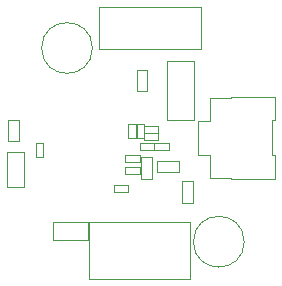
<source format=gbr>
G04 #@! TF.GenerationSoftware,KiCad,Pcbnew,9.0.4*
G04 #@! TF.CreationDate,2025-10-13T14:39:45-04:00*
G04 #@! TF.ProjectId,bldc motor controller,626c6463-206d-46f7-946f-7220636f6e74,rev?*
G04 #@! TF.SameCoordinates,Original*
G04 #@! TF.FileFunction,Other,User*
%FSLAX46Y46*%
G04 Gerber Fmt 4.6, Leading zero omitted, Abs format (unit mm)*
G04 Created by KiCad (PCBNEW 9.0.4) date 2025-10-13 14:39:45*
%MOMM*%
%LPD*%
G01*
G04 APERTURE LIST*
%ADD10C,0.050000*%
G04 APERTURE END LIST*
D10*
G04 #@! TO.C,J1*
X146740000Y-86000000D02*
X146740000Y-81000000D01*
X146740000Y-81000000D02*
X144460000Y-81000000D01*
X144460000Y-86000000D02*
X146740000Y-86000000D01*
X144460000Y-81000000D02*
X144460000Y-86000000D01*
G04 #@! TO.C,-BAT+1*
X137900000Y-94650000D02*
X137900000Y-99450000D01*
X137900000Y-99450000D02*
X146400000Y-99450000D01*
X146400000Y-94650000D02*
X137900000Y-94650000D01*
X146400000Y-99450000D02*
X146400000Y-94650000D01*
G04 #@! TO.C,R10*
X140000000Y-91500000D02*
X141200000Y-91500000D01*
X140000000Y-92100000D02*
X140000000Y-91500000D01*
X141200000Y-91500000D02*
X141200000Y-92100000D01*
X141200000Y-92100000D02*
X140000000Y-92100000D01*
G04 #@! TO.C,C5*
X142200000Y-87950000D02*
X143400000Y-87950000D01*
X142200000Y-88550000D02*
X142200000Y-87950000D01*
X143400000Y-87950000D02*
X143400000Y-88550000D01*
X143400000Y-88550000D02*
X142200000Y-88550000D01*
G04 #@! TO.C,C24*
X143640000Y-89490000D02*
X145460000Y-89490000D01*
X143640000Y-90410000D02*
X143640000Y-89490000D01*
X145460000Y-89490000D02*
X145460000Y-90410000D01*
X145460000Y-90410000D02*
X143640000Y-90410000D01*
G04 #@! TO.C,C7*
X130920000Y-88720000D02*
X132380000Y-88720000D01*
X130920000Y-91680000D02*
X130920000Y-88720000D01*
X132380000Y-88720000D02*
X132380000Y-91680000D01*
X132380000Y-91680000D02*
X130920000Y-91680000D01*
G04 #@! TO.C,U8*
X138740000Y-76430000D02*
X138740000Y-79970000D01*
X138740000Y-79970000D02*
X147360000Y-79970000D01*
X147360000Y-76430000D02*
X138740000Y-76430000D01*
X147360000Y-79970000D02*
X147360000Y-76430000D01*
G04 #@! TO.C,C4*
X142500000Y-87100000D02*
X143700000Y-87100000D01*
X142500000Y-87700000D02*
X142500000Y-87100000D01*
X143700000Y-87100000D02*
X143700000Y-87700000D01*
X143700000Y-87700000D02*
X142500000Y-87700000D01*
G04 #@! TO.C,R8*
X134820000Y-94670000D02*
X137780000Y-94670000D01*
X134820000Y-96130000D02*
X134820000Y-94670000D01*
X137780000Y-94670000D02*
X137780000Y-96130000D01*
X137780000Y-96130000D02*
X134820000Y-96130000D01*
G04 #@! TO.C,R3*
X142500000Y-86500000D02*
X143700000Y-86500000D01*
X142500000Y-87100000D02*
X142500000Y-86500000D01*
X143700000Y-86500000D02*
X143700000Y-87100000D01*
X143700000Y-87100000D02*
X142500000Y-87100000D01*
G04 #@! TO.C,U7*
X147050000Y-86070000D02*
X148100000Y-86070000D01*
X147050000Y-88930000D02*
X147050000Y-86070000D01*
X148100000Y-84120000D02*
X149850000Y-84120000D01*
X148100000Y-86070000D02*
X148100000Y-84120000D01*
X148100000Y-88930000D02*
X147050000Y-88930000D01*
X148100000Y-90880000D02*
X148100000Y-88930000D01*
X149850000Y-84020000D02*
X153650000Y-84020000D01*
X149850000Y-84120000D02*
X149850000Y-84020000D01*
X149850000Y-90880000D02*
X148100000Y-90880000D01*
X149850000Y-90980000D02*
X149850000Y-90880000D01*
X153350000Y-86030000D02*
X153350000Y-88970000D01*
X153350000Y-88970000D02*
X153650000Y-88970000D01*
X153650000Y-84020000D02*
X153650000Y-86030000D01*
X153650000Y-86030000D02*
X153350000Y-86030000D01*
X153650000Y-88970000D02*
X153650000Y-90980000D01*
X153650000Y-90980000D02*
X149850000Y-90980000D01*
G04 #@! TO.C,R11*
X140950000Y-88950000D02*
X142150000Y-88950000D01*
X140950000Y-89550000D02*
X140950000Y-88950000D01*
X142150000Y-88950000D02*
X142150000Y-89550000D01*
X142150000Y-89550000D02*
X140950000Y-89550000D01*
G04 #@! TO.C,R4*
X143400000Y-87950000D02*
X144600000Y-87950000D01*
X143400000Y-88550000D02*
X143400000Y-87950000D01*
X144600000Y-87950000D02*
X144600000Y-88550000D01*
X144600000Y-88550000D02*
X143400000Y-88550000D01*
G04 #@! TO.C,C18*
X142290000Y-89140000D02*
X143210000Y-89140000D01*
X142290000Y-90960000D02*
X142290000Y-89140000D01*
X143210000Y-89140000D02*
X143210000Y-90960000D01*
X143210000Y-90960000D02*
X142290000Y-90960000D01*
G04 #@! TO.C,C10*
X130990000Y-85990000D02*
X131910000Y-85990000D01*
X130990000Y-87810000D02*
X130990000Y-85990000D01*
X131910000Y-85990000D02*
X131910000Y-87810000D01*
X131910000Y-87810000D02*
X130990000Y-87810000D01*
G04 #@! TO.C,R2*
X141900000Y-86350000D02*
X142500000Y-86350000D01*
X141900000Y-87550000D02*
X141900000Y-86350000D01*
X142500000Y-86350000D02*
X142500000Y-87550000D01*
X142500000Y-87550000D02*
X141900000Y-87550000D01*
G04 #@! TO.C,C8*
X141890000Y-81740000D02*
X142810000Y-81740000D01*
X141890000Y-83560000D02*
X141890000Y-81740000D01*
X142810000Y-81740000D02*
X142810000Y-83560000D01*
X142810000Y-83560000D02*
X141890000Y-83560000D01*
G04 #@! TO.C,M2*
X138150000Y-79900000D02*
G75*
G02*
X133850000Y-79900000I-2150000J0D01*
G01*
X133850000Y-79900000D02*
G75*
G02*
X138150000Y-79900000I2150000J0D01*
G01*
X151000000Y-96300000D02*
G75*
G02*
X146700000Y-96300000I-2150000J0D01*
G01*
X146700000Y-96300000D02*
G75*
G02*
X151000000Y-96300000I2150000J0D01*
G01*
G04 #@! TO.C,C3*
X141200000Y-86350000D02*
X141800000Y-86350000D01*
X141200000Y-87550000D02*
X141200000Y-86350000D01*
X141800000Y-86350000D02*
X141800000Y-87550000D01*
X141800000Y-87550000D02*
X141200000Y-87550000D01*
G04 #@! TO.C,C6*
X133350000Y-87950000D02*
X133950000Y-87950000D01*
X133350000Y-89150000D02*
X133350000Y-87950000D01*
X133950000Y-87950000D02*
X133950000Y-89150000D01*
X133950000Y-89150000D02*
X133350000Y-89150000D01*
G04 #@! TO.C,R7*
X145730000Y-91170000D02*
X146670000Y-91170000D01*
X145730000Y-93030000D02*
X145730000Y-91170000D01*
X146670000Y-91170000D02*
X146670000Y-93030000D01*
X146670000Y-93030000D02*
X145730000Y-93030000D01*
G04 #@! TO.C,R9*
X140950000Y-89950000D02*
X142150000Y-89950000D01*
X140950000Y-90550000D02*
X140950000Y-89950000D01*
X142150000Y-89950000D02*
X142150000Y-90550000D01*
X142150000Y-90550000D02*
X140950000Y-90550000D01*
G04 #@! TD*
M02*

</source>
